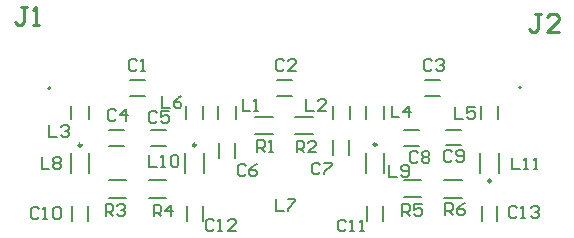
<source format=gto>
G04*
G04 #@! TF.GenerationSoftware,Altium Limited,Altium Designer,24.9.1 (31)*
G04*
G04 Layer_Color=65535*
%FSLAX44Y44*%
%MOMM*%
G71*
G04*
G04 #@! TF.SameCoordinates,4F6A3D44-4BAA-4EB1-AB99-C70FB7F5AA8B*
G04*
G04*
G04 #@! TF.FilePolarity,Positive*
G04*
G01*
G75*
%ADD10C,0.2500*%
%ADD11C,0.2000*%
%ADD12C,0.1500*%
%ADD13C,0.2540*%
D10*
X77505Y224151D02*
G03*
X77505Y224151I-1250J0D01*
G01*
X174479D02*
G03*
X174479Y224151I-1250J0D01*
G01*
X327456Y224536D02*
G03*
X327456Y224536I-1250J0D01*
G01*
X424283Y193916D02*
G03*
X424283Y193916I-1250J0D01*
G01*
D11*
X449957Y272997D02*
G03*
X449957Y272997I-1000J0D01*
G01*
X51207Y272498D02*
G03*
X51207Y272498I-1000J0D01*
G01*
X100810Y237289D02*
X113534D01*
X100810Y223789D02*
X113534D01*
X180173Y159635D02*
Y172360D01*
X166673Y159635D02*
Y172360D01*
X136245Y237210D02*
X148970D01*
X136245Y223710D02*
X148970D01*
X68392Y200427D02*
Y217151D01*
X84117Y200427D02*
Y217151D01*
X100489Y194403D02*
X115250D01*
X100489Y179545D02*
X115250D01*
X134727Y194403D02*
X149488D01*
X134727Y179545D02*
X149488D01*
X68798Y246086D02*
Y257086D01*
X83711Y246033D02*
Y257033D01*
X165772Y246124D02*
Y257124D01*
X180686Y246071D02*
Y257071D01*
X83038Y159726D02*
Y172451D01*
X69538Y159726D02*
Y172451D01*
X181091Y200427D02*
Y217151D01*
X165366Y200427D02*
Y217151D01*
X304331Y215834D02*
Y228559D01*
X290832Y215834D02*
Y228559D01*
X207559Y213438D02*
Y226162D01*
X194059Y213438D02*
Y226162D01*
X290125Y246087D02*
Y257087D01*
X305038Y246033D02*
Y257033D01*
X224852Y248064D02*
X239613D01*
X224852Y233206D02*
X239613D01*
X334069Y200811D02*
Y217536D01*
X318344Y200811D02*
Y217536D01*
X332959Y160150D02*
Y172875D01*
X319459Y160150D02*
Y172875D01*
X318675Y246439D02*
Y257439D01*
X333588Y246386D02*
Y257386D01*
X368225Y279530D02*
X380950D01*
X368225Y266030D02*
X380950D01*
X350692Y237308D02*
X363417D01*
X350692Y223808D02*
X363417D01*
X386120Y237369D02*
X398844D01*
X386120Y223869D02*
X398844D01*
X429783Y160087D02*
Y172811D01*
X416283Y160087D02*
Y172811D01*
X415575Y246430D02*
Y257430D01*
X430489Y246377D02*
Y257377D01*
X415171Y200916D02*
Y217640D01*
X430896Y200916D02*
Y217640D01*
X350517Y194702D02*
X365278D01*
X350517Y179844D02*
X365278D01*
X384746Y194686D02*
X399507D01*
X384746Y179828D02*
X399507D01*
X118359Y279251D02*
X131084D01*
X118359Y265751D02*
X131084D01*
X193352Y246087D02*
Y257087D01*
X208265Y246033D02*
Y257033D01*
X258778Y248064D02*
X273539D01*
X258778Y233206D02*
X273539D01*
X242889Y279378D02*
X255614D01*
X242889Y265878D02*
X255614D01*
D12*
X106929Y253315D02*
X105263Y254981D01*
X101930D01*
X100264Y253315D01*
Y246650D01*
X101930Y244984D01*
X105263D01*
X106929Y246650D01*
X115259Y244984D02*
Y254981D01*
X110261Y249982D01*
X116925D01*
X242032Y178579D02*
Y168582D01*
X248697D01*
X252029Y178579D02*
X258693D01*
Y176913D01*
X252029Y170249D01*
Y168582D01*
X279474Y207754D02*
X277808Y209420D01*
X274475D01*
X272809Y207754D01*
Y201090D01*
X274475Y199424D01*
X277808D01*
X279474Y201090D01*
X282806Y209420D02*
X289471D01*
Y207754D01*
X282806Y201090D01*
Y199424D01*
X216475Y206297D02*
X214809Y207964D01*
X211476D01*
X209810Y206297D01*
Y199633D01*
X211476Y197967D01*
X214809D01*
X216475Y199633D01*
X226471Y207964D02*
X223139Y206297D01*
X219807Y202965D01*
Y199633D01*
X221473Y197967D01*
X224805D01*
X226471Y199633D01*
Y201299D01*
X224805Y202965D01*
X219807D01*
X338113Y207488D02*
Y197491D01*
X344777D01*
X348109Y199157D02*
X349776Y197491D01*
X353108D01*
X354774Y199157D01*
Y205822D01*
X353108Y207488D01*
X349776D01*
X348109Y205822D01*
Y204155D01*
X349776Y202489D01*
X354774D01*
X301710Y159443D02*
X300044Y161109D01*
X296712D01*
X295046Y159443D01*
Y152778D01*
X296712Y151112D01*
X300044D01*
X301710Y152778D01*
X305042Y151112D02*
X308375D01*
X306709D01*
Y161109D01*
X305042Y159443D01*
X313373Y151112D02*
X316705D01*
X315039D01*
Y161109D01*
X313373Y159443D01*
X340169Y257647D02*
Y247650D01*
X346833D01*
X355164D02*
Y257647D01*
X350165Y252649D01*
X356830D01*
X374391Y295479D02*
X372725Y297145D01*
X369392D01*
X367726Y295479D01*
Y288814D01*
X369392Y287148D01*
X372725D01*
X374391Y288814D01*
X377723Y295479D02*
X379389Y297145D01*
X382721D01*
X384388Y295479D01*
Y293813D01*
X382721Y292146D01*
X381055D01*
X382721D01*
X384388Y290480D01*
Y288814D01*
X382721Y287148D01*
X379389D01*
X377723Y288814D01*
X362221Y217649D02*
X360555Y219315D01*
X357223D01*
X355557Y217649D01*
Y210985D01*
X357223Y209319D01*
X360555D01*
X362221Y210985D01*
X365554Y217649D02*
X367220Y219315D01*
X370552D01*
X372218Y217649D01*
Y215983D01*
X370552Y214317D01*
X372218Y212651D01*
Y210985D01*
X370552Y209319D01*
X367220D01*
X365554Y210985D01*
Y212651D01*
X367220Y214317D01*
X365554Y215983D01*
Y217649D01*
X367220Y214317D02*
X370552D01*
X391179Y218182D02*
X389513Y219848D01*
X386181D01*
X384515Y218182D01*
Y211518D01*
X386181Y209852D01*
X389513D01*
X391179Y211518D01*
X394511D02*
X396177Y209852D01*
X399510D01*
X401176Y211518D01*
Y218182D01*
X399510Y219848D01*
X396177D01*
X394511Y218182D01*
Y216516D01*
X396177Y214850D01*
X401176D01*
X446389Y170744D02*
X444723Y172410D01*
X441390D01*
X439724Y170744D01*
Y164079D01*
X441390Y162413D01*
X444723D01*
X446389Y164079D01*
X449721Y162413D02*
X453053D01*
X451387D01*
Y172410D01*
X449721Y170744D01*
X458052D02*
X459718Y172410D01*
X463050D01*
X464716Y170744D01*
Y169078D01*
X463050Y167412D01*
X461384D01*
X463050D01*
X464716Y165746D01*
Y164079D01*
X463050Y162413D01*
X459718D01*
X458052Y164079D01*
X394129Y256412D02*
Y246416D01*
X400794D01*
X410791Y256412D02*
X404126D01*
Y251414D01*
X407458Y253080D01*
X409124D01*
X410791Y251414D01*
Y248082D01*
X409124Y246416D01*
X405792D01*
X404126Y248082D01*
X442006Y213615D02*
Y203618D01*
X448671D01*
X452003D02*
X455335D01*
X453669D01*
Y213615D01*
X452003Y211949D01*
X460334Y203618D02*
X463666D01*
X462000D01*
Y213615D01*
X460334Y211949D01*
X349099Y164410D02*
Y174406D01*
X354097D01*
X355763Y172740D01*
Y169408D01*
X354097Y167742D01*
X349099D01*
X352431D02*
X355763Y164410D01*
X365760Y174406D02*
X359096D01*
Y169408D01*
X362428Y171074D01*
X364094D01*
X365760Y169408D01*
Y166076D01*
X364094Y164410D01*
X360762D01*
X359096Y166076D01*
X385774Y164862D02*
Y174859D01*
X390773D01*
X392439Y173193D01*
Y169860D01*
X390773Y168194D01*
X385774D01*
X389106D02*
X392439Y164862D01*
X402435Y174859D02*
X399103Y173193D01*
X395771Y169860D01*
Y166528D01*
X397437Y164862D01*
X400769D01*
X402435Y166528D01*
Y168194D01*
X400769Y169860D01*
X395771D01*
X43784Y213822D02*
Y203826D01*
X50448D01*
X53781Y212156D02*
X55447Y213822D01*
X58779D01*
X60445Y212156D01*
Y210490D01*
X58779Y208824D01*
X60445Y207158D01*
Y205492D01*
X58779Y203826D01*
X55447D01*
X53781Y205492D01*
Y207158D01*
X55447Y208824D01*
X53781Y210490D01*
Y212156D01*
X55447Y208824D02*
X58779D01*
X134722Y215614D02*
Y205617D01*
X141386D01*
X144719D02*
X148051D01*
X146385D01*
Y215614D01*
X144719Y213948D01*
X153049D02*
X154715Y215614D01*
X158048D01*
X159714Y213948D01*
Y207284D01*
X158048Y205617D01*
X154715D01*
X153049Y207284D01*
Y213948D01*
X124455Y295225D02*
X122789Y296891D01*
X119456D01*
X117790Y295225D01*
Y288560D01*
X119456Y286894D01*
X122789D01*
X124455Y288560D01*
X127787Y286894D02*
X131119D01*
X129453D01*
Y296891D01*
X127787Y295225D01*
X141326Y251169D02*
X139660Y252835D01*
X136328D01*
X134662Y251169D01*
Y244504D01*
X136328Y242838D01*
X139660D01*
X141326Y244504D01*
X151323Y252835D02*
X144658D01*
Y247836D01*
X147991Y249503D01*
X149657D01*
X151323Y247836D01*
Y244504D01*
X149657Y242838D01*
X146325D01*
X144658Y244504D01*
X41595Y169964D02*
X39929Y171630D01*
X36597D01*
X34931Y169964D01*
Y163300D01*
X36597Y161634D01*
X39929D01*
X41595Y163300D01*
X44928Y161634D02*
X48260D01*
X46594D01*
Y171630D01*
X44928Y169964D01*
X53258D02*
X54924Y171630D01*
X58257D01*
X59923Y169964D01*
Y163300D01*
X58257Y161634D01*
X54924D01*
X53258Y163300D01*
Y169964D01*
X190041Y159573D02*
X188375Y161239D01*
X185042D01*
X183376Y159573D01*
Y152908D01*
X185042Y151242D01*
X188375D01*
X190041Y152908D01*
X193373Y151242D02*
X196705D01*
X195039D01*
Y161239D01*
X193373Y159573D01*
X208368Y151242D02*
X201704D01*
X208368Y157907D01*
Y159573D01*
X206702Y161239D01*
X203370D01*
X201704Y159573D01*
X50068Y241191D02*
Y231194D01*
X56732D01*
X60065Y239525D02*
X61731Y241191D01*
X65063D01*
X66729Y239525D01*
Y237859D01*
X65063Y236193D01*
X63397D01*
X65063D01*
X66729Y234527D01*
Y232861D01*
X65063Y231194D01*
X61731D01*
X60065Y232861D01*
X145577Y265458D02*
Y255461D01*
X152242D01*
X162239Y265458D02*
X158907Y263792D01*
X155574Y260460D01*
Y257128D01*
X157240Y255461D01*
X160573D01*
X162239Y257128D01*
Y258794D01*
X160573Y260460D01*
X155574D01*
X97934Y164485D02*
Y174482D01*
X102932D01*
X104598Y172816D01*
Y169484D01*
X102932Y167818D01*
X97934D01*
X101266D02*
X104598Y164485D01*
X107930Y172816D02*
X109596Y174482D01*
X112929D01*
X114595Y172816D01*
Y171150D01*
X112929Y169484D01*
X111263D01*
X112929D01*
X114595Y167818D01*
Y166152D01*
X112929Y164485D01*
X109596D01*
X107930Y166152D01*
X138656Y163799D02*
Y173795D01*
X143655D01*
X145321Y172129D01*
Y168797D01*
X143655Y167131D01*
X138656D01*
X141989D02*
X145321Y163799D01*
X153652D02*
Y173795D01*
X148653Y168797D01*
X155318D01*
X259654Y217992D02*
Y227989D01*
X264653D01*
X266319Y226322D01*
Y222990D01*
X264653Y221324D01*
X259654D01*
X262986D02*
X266319Y217992D01*
X276315D02*
X269651D01*
X276315Y224656D01*
Y226322D01*
X274649Y227989D01*
X271317D01*
X269651Y226322D01*
X226467Y218370D02*
Y228367D01*
X231465D01*
X233132Y226700D01*
Y223368D01*
X231465Y221702D01*
X226467D01*
X229799D02*
X233132Y218370D01*
X236464D02*
X239796D01*
X238130D01*
Y228367D01*
X236464Y226700D01*
X267901Y263272D02*
Y253276D01*
X274566D01*
X284563D02*
X277898D01*
X284563Y259940D01*
Y261606D01*
X282897Y263272D01*
X279564D01*
X277898Y261606D01*
X213940Y263381D02*
Y253384D01*
X220604D01*
X223937D02*
X227269D01*
X225603D01*
Y263381D01*
X223937Y261715D01*
X249169Y295225D02*
X247503Y296891D01*
X244170D01*
X242504Y295225D01*
Y288560D01*
X244170Y286894D01*
X247503D01*
X249169Y288560D01*
X259165Y286894D02*
X252501D01*
X259165Y293559D01*
Y295225D01*
X257499Y296891D01*
X254167D01*
X252501Y295225D01*
D13*
X466673Y335510D02*
X461594D01*
X464134D01*
Y322814D01*
X461594Y320275D01*
X459055D01*
X456516Y322814D01*
X481908Y320275D02*
X471751D01*
X481908Y330432D01*
Y332971D01*
X479369Y335510D01*
X474290D01*
X471751Y332971D01*
X31603Y341405D02*
X26525D01*
X29064D01*
Y328709D01*
X26525Y326170D01*
X23986D01*
X21446Y328709D01*
X36681Y326170D02*
X41760D01*
X39221D01*
Y341405D01*
X36681Y338865D01*
M02*

</source>
